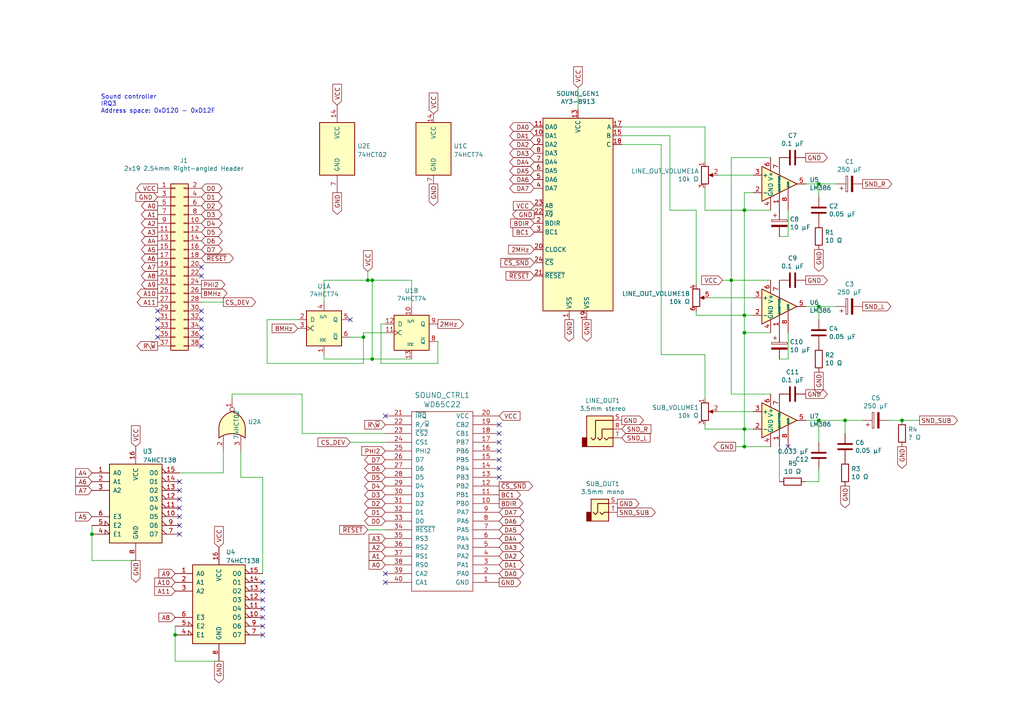
<source format=kicad_sch>
(kicad_sch (version 20211123) (generator eeschema)
  (paper "A4")
  (title_block (title "WolfNet 6502 WBC - Sound Card") (date "2022-05-14") (rev "1.1") (company "WolfNet Computing") (comment 1 "Sound card for the WolfNet 65C02-based WorkBench Computer.") (comment 2 "NOTE: Always use same type of components for the board. CMOS OR TTL NOT MIXED!"))
  (lib_symbols
    (symbol "65xx:WD65C22" (pin_names (offset 1.016))
      (property "Reference" "U" (at 0 -29.21 0))
      (property "Value" "WD65C22" (at 0 -2.54 90))
      (symbol "WD65C22_1_1"
        (pin output line (at -16.51 22.86 0) (length 7.62) (name "GND") (number "1"))
        (pin bidirectional line (at -16.51 0 0) (length 7.62) (name "PB0") (number "10"))
        (pin bidirectional line (at -16.51 -2.54 0) (length 7.62) (name "PB1") (number "11"))
        (pin bidirectional line (at -16.51 -5.08 0) (length 7.62) (name "PB2") (number "12"))
        (pin bidirectional line (at -16.51 -7.62 0) (length 7.62) (name "PB3") (number "13"))
        (pin bidirectional line (at -16.51 -10.16 0) (length 7.62) (name "PB4") (number "14"))
        (pin bidirectional line (at -16.51 -12.7 0) (length 7.62) (name "PB5") (number "15"))
        (pin bidirectional line (at -16.51 -15.24 0) (length 7.62) (name "PB6") (number "16"))
        (pin bidirectional line (at -16.51 -17.78 0) (length 7.62) (name "PB7") (number "17"))
        (pin bidirectional line (at -16.51 -20.32 0) (length 7.62) (name "CB1") (number "18"))
        (pin output line (at -16.51 -22.86 0) (length 7.62) (name "CB2") (number "19"))
        (pin bidirectional line (at -16.51 20.32 0) (length 7.62) (name "PA0") (number "2"))
        (pin power_in line (at -16.51 -25.4 0) (length 7.62) (name "VCC") (number "20"))
        (pin output line (at 16.51 -25.4 180) (length 7.62) (name "~{IRQ}") (number "21"))
        (pin input line (at 16.51 -22.86 180) (length 7.62) (name "R/~{W}") (number "22"))
        (pin input line (at 16.51 -20.32 180) (length 7.62) (name "~{CS2}") (number "23"))
        (pin input line (at 16.51 -17.78 180) (length 7.62) (name "CS1") (number "24"))
        (pin input line (at 16.51 -15.24 180) (length 7.62) (name "PHI2") (number "25"))
        (pin tri_state line (at 16.51 -12.7 180) (length 7.62) (name "D7") (number "26"))
        (pin tri_state line (at 16.51 -10.16 180) (length 7.62) (name "D6") (number "27"))
        (pin tri_state line (at 16.51 -7.62 180) (length 7.62) (name "D5") (number "28"))
        (pin tri_state line (at 16.51 -5.08 180) (length 7.62) (name "D4") (number "29"))
        (pin bidirectional line (at -16.51 17.78 0) (length 7.62) (name "PA1") (number "3"))
        (pin tri_state line (at 16.51 -2.54 180) (length 7.62) (name "D3") (number "30"))
        (pin tri_state line (at 16.51 0 180) (length 7.62) (name "D2") (number "31"))
        (pin tri_state line (at 16.51 2.54 180) (length 7.62) (name "D1") (number "32"))
        (pin tri_state line (at 16.51 5.08 180) (length 7.62) (name "D0") (number "33"))
        (pin input line (at 16.51 7.62 180) (length 7.62) (name "~{RESET}") (number "34"))
        (pin input line (at 16.51 10.16 180) (length 7.62) (name "RS3") (number "35"))
        (pin input line (at 16.51 12.7 180) (length 7.62) (name "RS2") (number "36"))
        (pin input line (at 16.51 15.24 180) (length 7.62) (name "RS1") (number "37"))
        (pin input line (at 16.51 17.78 180) (length 7.62) (name "RS0") (number "38"))
        (pin bidirectional line (at 16.51 20.32 180) (length 7.62) (name "CA2") (number "39"))
        (pin bidirectional line (at -16.51 15.24 0) (length 7.62) (name "PA2") (number "4"))
        (pin bidirectional line (at 16.51 22.86 180) (length 7.62) (name "CA1") (number "40"))
        (pin bidirectional line (at -16.51 12.7 0) (length 7.62) (name "PA3") (number "5"))
        (pin bidirectional line (at -16.51 10.16 0) (length 7.62) (name "PA4") (number "6"))
        (pin bidirectional line (at -16.51 7.62 0) (length 7.62) (name "PA5") (number "7"))
        (pin bidirectional line (at -16.51 5.08 0) (length 7.62) (name "PA6") (number "8"))
        (pin bidirectional line (at -16.51 2.54 0) (length 7.62) (name "PA7") (number "9"))
      )
    )
    (symbol "74xx:74HCT02" (pin_names (offset 1.016))
      (property "Reference" "U" (at 0 1.27 0))
      (property "Value" "74HCT02" (at 0 -1.27 0))
      (symbol "74HCT02_1_1"
        (pin output inverted (at 7.62 0 180) (length 3.81) (name "~") (number "1"))
        (pin input line (at -7.62 2.54 0) (length 4.318) (name "~") (number "2"))
        (pin input line (at -7.62 -2.54 0) (length 4.318) (name "~") (number "3"))
      )
      (symbol "74HCT02_1_2"
        (pin output line (at 7.62 0 180) (length 3.81) (name "~") (number "1"))
        (pin input inverted (at -7.62 2.54 0) (length 3.81) (name "~") (number "2"))
        (pin input inverted (at -7.62 -2.54 0) (length 3.81) (name "~") (number "3"))
      )
      (symbol "74HCT02_2_1"
        (pin output inverted (at 7.62 0 180) (length 3.81) (name "~") (number "4"))
        (pin input line (at -7.62 2.54 0) (length 4.318) (name "~") (number "5"))
        (pin input line (at -7.62 -2.54 0) (length 4.318) (name "~") (number "6"))
      )
      (symbol "74HCT02_2_2"
        (pin output line (at 7.62 0 180) (length 3.81) (name "~") (number "4"))
        (pin input inverted (at -7.62 2.54 0) (length 3.81) (name "~") (number "5"))
        (pin input inverted (at -7.62 -2.54 0) (length 3.81) (name "~") (number "6"))
      )
      (symbol "74HCT02_3_1"
        (pin output inverted (at 7.62 0 180) (length 3.81) (name "~") (number "10"))
        (pin input line (at -7.62 2.54 0) (length 4.318) (name "~") (number "8"))
        (pin input line (at -7.62 -2.54 0) (length 4.318) (name "~") (number "9"))
      )
      (symbol "74HCT02_3_2"
        (pin output line (at 7.62 0 180) (length 3.81) (name "~") (number "10"))
        (pin input inverted (at -7.62 2.54 0) (length 3.81) (name "~") (number "8"))
        (pin input inverted (at -7.62 -2.54 0) (length 3.81) (name "~") (number "9"))
      )
      (symbol "74HCT02_4_1"
        (pin input line (at -7.62 2.54 0) (length 4.318) (name "~") (number "11"))
        (pin input line (at -7.62 -2.54 0) (length 4.318) (name "~") (number "12"))
        (pin output inverted (at 7.62 0 180) (length 3.81) (name "~") (number "13"))
      )
      (symbol "74HCT02_4_2"
        (pin input inverted (at -7.62 2.54 0) (length 3.81) (name "~") (number "11"))
        (pin input inverted (at -7.62 -2.54 0) (length 3.81) (name "~") (number "12"))
        (pin output line (at 7.62 0 180) (length 3.81) (name "~") (number "13"))
      )
      (symbol "74HCT02_5_0"
        (pin power_in line (at 0 12.7 270) (length 5.08) (name "VCC") (number "14"))
        (pin power_in line (at 0 -12.7 90) (length 5.08) (name "GND") (number "7"))
      )
    )
    (symbol "74xx:74LS138" (pin_names (offset 1.016))
      (property "Reference" "U" (at -7.62 11.43 0))
      (property "Value" "74LS138" (at -7.62 -13.97 0))
      (symbol "74LS138_1_0"
        (pin input line (at -12.7 7.62 0) (length 5.08) (name "A0") (number "1"))
        (pin output output_low (at 12.7 -5.08 180) (length 5.08) (name "O5") (number "10"))
        (pin output output_low (at 12.7 -2.54 180) (length 5.08) (name "O4") (number "11"))
        (pin output output_low (at 12.7 0 180) (length 5.08) (name "O3") (number "12"))
        (pin output output_low (at 12.7 2.54 180) (length 5.08) (name "O2") (number "13"))
        (pin output output_low (at 12.7 5.08 180) (length 5.08) (name "O1") (number "14"))
        (pin output output_low (at 12.7 7.62 180) (length 5.08) (name "O0") (number "15"))
        (pin power_in line (at 0 15.24 270) (length 5.08) (name "VCC") (number "16"))
        (pin input line (at -12.7 5.08 0) (length 5.08) (name "A1") (number "2"))
        (pin input line (at -12.7 2.54 0) (length 5.08) (name "A2") (number "3"))
        (pin input input_low (at -12.7 -10.16 0) (length 5.08) (name "E1") (number "4"))
        (pin input input_low (at -12.7 -7.62 0) (length 5.08) (name "E2") (number "5"))
        (pin input line (at -12.7 -5.08 0) (length 5.08) (name "E3") (number "6"))
        (pin output output_low (at 12.7 -10.16 180) (length 5.08) (name "O7") (number "7"))
        (pin power_in line (at 0 -17.78 90) (length 5.08) (name "GND") (number "8"))
        (pin output output_low (at 12.7 -7.62 180) (length 5.08) (name "O6") (number "9"))
      )
    )
    (symbol "74xx:74LS74" (pin_names (offset 1.016))
      (property "Reference" "U" (at -7.62 8.89 0))
      (property "Value" "74LS74" (at -7.62 -8.89 0))
      (symbol "74LS74_1_0"
        (pin input line (at 0 -7.62 90) (length 2.54) (name "~{R}") (number "1"))
        (pin input line (at -7.62 2.54 0) (length 2.54) (name "D") (number "2"))
        (pin input clock (at -7.62 0 0) (length 2.54) (name "C") (number "3"))
        (pin input line (at 0 7.62 270) (length 2.54) (name "~{S}") (number "4"))
        (pin output line (at 7.62 2.54 180) (length 2.54) (name "Q") (number "5"))
        (pin output line (at 7.62 -2.54 180) (length 2.54) (name "~{Q}") (number "6"))
      )
      (symbol "74LS74_2_0"
        (pin input line (at 0 7.62 270) (length 2.54) (name "~{S}") (number "10"))
        (pin input clock (at -7.62 0 0) (length 2.54) (name "C") (number "11"))
        (pin input line (at -7.62 2.54 0) (length 2.54) (name "D") (number "12"))
        (pin input line (at 0 -7.62 90) (length 2.54) (name "~{R}") (number "13"))
        (pin output line (at 7.62 -2.54 180) (length 2.54) (name "~{Q}") (number "8"))
        (pin output line (at 7.62 2.54 180) (length 2.54) (name "Q") (number "9"))
      )
      (symbol "74LS74_3_0"
        (pin power_in line (at 0 10.16 270) (length 2.54) (name "VCC") (number "14"))
        (pin power_in line (at 0 -10.16 90) (length 2.54) (name "GND") (number "7"))
      )
    )
    (symbol "Amplifier_Audio:LM386" (pin_names (offset 0.127))
      (property "Reference" "U" (at 1.27 7.62 0))
      (property "Value" "LM386" (at 1.27 5.08 0))
      (symbol "LM386_1_1"
        (pin input line (at 0 -7.62 90) (length 5.08) (name "GAIN") (number "1"))
        (pin input line (at -7.62 -2.54 0) (length 2.54) (name "-") (number "2"))
        (pin input line (at -7.62 2.54 0) (length 2.54) (name "+") (number "3"))
        (pin power_in line (at -2.54 -7.62 90) (length 3.81) (name "GND") (number "4"))
        (pin output line (at 7.62 0 180) (length 2.54) (name "~") (number "5"))
        (pin power_in line (at -2.54 7.62 270) (length 3.81) (name "V+") (number "6"))
        (pin input line (at 0 7.62 270) (length 5.08) (name "BYPASS") (number "7"))
        (pin input line (at 2.54 -7.62 90) (length 6.35) (name "GAIN") (number "8"))
      )
    )
    (symbol "Connector:AudioJack2"
      (property "Reference" "J" (at 0 8.89 0))
      (property "Value" "AudioJack2" (at 0 6.35 0))
      (symbol "AudioJack2_1_1"
        (pin passive line (at 5.08 2.54 180) (length 2.54) (name "~") (number "S"))
        (pin passive line (at 5.08 0 180) (length 2.54) (name "~") (number "T"))
      )
    )
    (symbol "Connector:AudioJack3"
      (property "Reference" "J" (at 0 8.89 0))
      (property "Value" "AudioJack3" (at 0 6.35 0))
      (symbol "AudioJack3_1_1"
        (pin passive line (at 5.08 0 180) (length 2.54) (name "~") (number "R"))
        (pin passive line (at 5.08 2.54 180) (length 2.54) (name "~") (number "S"))
        (pin passive line (at 5.08 -2.54 180) (length 2.54) (name "~") (number "T"))
      )
    )
    (symbol "Device:C" (pin_numbers hide) (pin_names (offset 0.254))
      (property "Reference" "C" (at 0.635 2.54 0))
      (property "Value" "C" (at 0.635 -2.54 0))
      (symbol "C_1_1"
        (pin passive line (at 0 3.81 270) (length 2.794) (name "~") (number "1"))
        (pin passive line (at 0 -3.81 90) (length 2.794) (name "~") (number "2"))
      )
    )
    (symbol "Device:C_Polarized" (pin_numbers hide) (pin_names (offset 0.254))
      (property "Reference" "C" (at 0.635 2.54 0))
      (property "Value" "C_Polarized" (at 0.635 -2.54 0))
      (symbol "C_Polarized_1_1"
        (pin passive line (at 0 3.81 270) (length 2.794) (name "~") (number "1"))
        (pin passive line (at 0 -3.81 90) (length 2.794) (name "~") (number "2"))
      )
    )
    (symbol "Device:R" (pin_numbers hide) (pin_names (offset 0))
      (property "Reference" "R" (at 2.032 0 90))
      (property "Value" "R" (at 0 0 90))
      (symbol "R_1_1"
        (pin passive line (at 0 3.81 270) (length 1.27) (name "~") (number "1"))
        (pin passive line (at 0 -3.81 90) (length 1.27) (name "~") (number "2"))
      )
    )
    (symbol "Device:R_Potentiometer" (pin_names (offset 1.016) hide)
      (property "Reference" "RV" (at -4.445 0 90))
      (property "Value" "R_Potentiometer" (at -2.54 0 90))
      (symbol "R_Potentiometer_1_1"
        (pin passive line (at 0 3.81 270) (length 1.27) (name "1") (number "1"))
        (pin passive line (at 3.81 0 180) (length 1.27) (name "2") (number "2"))
        (pin passive line (at 0 -3.81 90) (length 1.27) (name "3") (number "3"))
      )
    )
    (symbol "Device:R_Potentiometer_Dual_Separate" (pin_names (offset 1.016) hide)
      (property "Reference" "RV" (at -4.445 0 90))
      (property "Value" "R_Potentiometer_Dual_Separate" (at -2.54 0 90))
      (symbol "R_Potentiometer_Dual_Separate_1_1"
        (pin passive line (at 0 3.81 270) (length 1.27) (name "1") (number "1"))
        (pin passive line (at 3.81 0 180) (length 1.27) (name "2") (number "2"))
        (pin passive line (at 0 -3.81 90) (length 1.27) (name "3") (number "3"))
      )
      (symbol "R_Potentiometer_Dual_Separate_2_1"
        (pin passive line (at 0 3.81 270) (length 1.27) (name "4") (number "4"))
        (pin passive line (at 3.81 0 180) (length 1.27) (name "5") (number "5"))
        (pin passive line (at 0 -3.81 90) (length 1.27) (name "6") (number "6"))
      )
    )
    (symbol "PC:AY3-8913"
      (property "Reference" "U" (at -10.16 29.21 0))
      (property "Value" "AY3-8913" (at 5.08 29.21 0))
      (symbol "AY3-8913_1_1"
        (pin power_out line (at -2.54 -30.48 90) (length 2.54) (name "VSS") (number "1"))
        (pin bidirectional line (at -12.7 22.86 0) (length 2.54) (name "DA1") (number "10"))
        (pin bidirectional line (at -12.7 25.4 0) (length 2.54) (name "DA0") (number "11"))
        (pin no_connect line (at -10.16 -7.62 0) (length 2.54) hide (name "NC") (number "12"))
        (pin power_in line (at 0 30.48 270) (length 2.54) (name "VCC") (number "13"))
        (pin no_connect line (at -10.16 -22.86 0) (length 2.54) hide (name "NC") (number "14"))
        (pin no_connect line (at -10.16 -20.32 0) (length 2.54) hide (name "NC") (number "14"))
        (pin output line (at 12.7 22.86 180) (length 2.54) (name "B") (number "15"))
        (pin no_connect line (at -10.16 5.08 0) (length 2.54) hide (name "NC") (number "16"))
        (pin output line (at 12.7 25.4 180) (length 2.54) (name "A") (number "17"))
        (pin output line (at 12.7 20.32 180) (length 2.54) (name "C") (number "18"))
        (pin power_out line (at 2.54 -30.48 90) (length 2.54) (name "VSS") (number "19"))
        (pin input line (at -12.7 -2.54 0) (length 2.54) (name "BDIR") (number "2"))
        (pin input line (at -12.7 -10.16 0) (length 2.54) (name "CLOCK") (number "20"))
        (pin input line (at -12.7 -17.78 0) (length 2.54) (name "~{RESET}") (number "21"))
        (pin input line (at -12.7 0 0) (length 2.54) (name "~{A9}") (number "22"))
        (pin input line (at -12.7 2.54 0) (length 2.54) (name "A8") (number "23"))
        (pin input line (at -12.7 -13.97 0) (length 2.54) (name "~{CS}") (number "24"))
        (pin input line (at -12.7 -5.08 0) (length 2.54) (name "BC1") (number "3"))
        (pin bidirectional line (at -12.7 7.62 0) (length 2.54) (name "DA7") (number "4"))
        (pin bidirectional line (at -12.7 10.16 0) (length 2.54) (name "DA6") (number "5"))
        (pin bidirectional line (at -12.7 12.7 0) (length 2.54) (name "DA5") (number "6"))
        (pin bidirectional line (at -12.7 15.24 0) (length 2.54) (name "DA4") (number "7"))
        (pin bidirectional line (at -12.7 17.78 0) (length 2.54) (name "DA3") (number "8"))
        (pin bidirectional line (at -12.7 20.32 0) (length 2.54) (name "DA2") (number "9"))
      )
    )
    (symbol "PC:Expansion_Connector" (pin_names (offset 1.016) hide)
      (property "Reference" "J" (at 0 25.4 0))
      (property "Value" "Expansion_Connector" (at 1.27 -25.4 0))
      (symbol "Expansion_Connector_0_0"
        (pin power_out line (at -6.35 22.86 0) (length 3.81) (name "~") (number "1"))
      )
      (symbol "Expansion_Connector_1_1"
        (pin bidirectional line (at 6.35 12.7 180) (length 3.81) (name "Pin_10") (number "10"))
        (pin output line (at -6.35 10.16 0) (length 3.81) (name "Pin_11") (number "11"))
        (pin bidirectional line (at 6.35 10.16 180) (length 3.81) (name "Pin_12") (number "12"))
        (pin output line (at -6.35 7.62 0) (length 3.81) (name "Pin_13") (number "13"))
        (pin bidirectional line (at 6.35 7.62 180) (length 3.81) (name "Pin_14") (number "14"))
        (pin output line (at -6.35 5.08 0) (length 3.81) (name "Pin_15") (number "15"))
        (pin bidirectional line (at 6.35 5.08 180) (length 3.81) (name "Pin_16") (number "16"))
        (pin output line (at -6.35 2.54 0) (length 3.81) (name "Pin_17") (number "17"))
        (pin output line (at 6.35 2.54 180) (length 3.81) (name "Pin_18") (number "18"))
        (pin output line (at -6.35 0 0) (length 3.81) (name "Pin_19") (number "19"))
        (pin bidirectional line (at 6.35 22.86 180) (length 3.81) (name "Pin_2") (number "2"))
        (pin output line (at 6.35 0 180) (length 3.81) (name "Pin_20") (number "20"))
        (pin output line (at -6.35 -2.54 0) (length 3.81) (name "Pin_21") (number "21"))
        (pin output line (at 6.35 -2.54 180) (length 3.81) (name "Pin_22") (number "22"))
        (pin output line (at -6.35 -5.08 0) (length 3.81) (name "Pin_23") (number "23"))
        (pin output line (at 6.35 -5.08 180) (length 3.81) (name "Pin_24") (number "24"))
        (pin output line (at -6.35 -7.62 0) (length 3.81) (name "Pin_25") (number "25"))
        (pin input line (at 6.35 -7.62 180) (length 3.81) (name "Pin_26") (number "26"))
        (pin output line (at -6.35 -10.16 0) (length 3.81) (name "Pin_27") (number "27"))
        (pin input line (at 6.35 -10.16 180) (length 3.81) (name "Pin_28") (number "28"))
        (pin output line (at -6.35 -12.7 0) (length 3.81) (name "Pin_29") (number "29"))
        (pin power_in line (at -6.35 20.32 0) (length 3.81) (name "Pin_3") (number "3"))
        (pin input line (at 6.35 -12.7 180) (length 3.81) (name "Pin_30") (number "30"))
        (pin output line (at -6.35 -15.24 0) (length 3.81) (name "Pin_31") (number "31"))
        (pin output line (at 6.35 -15.24 180) (length 3.81) (name "Pin_32") (number "32"))
        (pin output line (at -6.35 -17.78 0) (length 3.81) (name "Pin_33") (number "33"))
        (pin input line (at 6.35 -17.78 180) (length 3.81) (name "Pin_34") (number "34"))
        (pin output line (at -6.35 -20.32 0) (length 3.81) (name "Pin_35") (number "35"))
        (pin power_out line (at 6.35 -20.32 180) (length 3.81) (name "Pin_36") (number "36"))
        (pin output line (at -6.35 -22.86 0) (length 3.81) (name "Pin_37") (number "37"))
        (pin power_out line (at 6.35 -22.86 180) (length 3.81) (name "Pin_38") (number "38"))
        (pin bidirectional line (at 6.35 20.32 180) (length 3.81) (name "Pin_4") (number "4"))
        (pin input line (at -6.35 17.78 0) (length 3.81) (name "Pin_5") (number "5"))
        (pin bidirectional line (at 6.35 17.78 180) (length 3.81) (name "Pin_6") (number "6"))
        (pin output line (at -6.35 15.24 0) (length 3.81) (name "Pin_7") (number "7"))
        (pin bidirectional line (at 6.35 15.24 180) (length 3.81) (name "Pin_8") (number "8"))
        (pin output line (at -6.35 12.7 0) (length 3.81) (name "Pin_9") (number "9"))
      )
    )
  )
  (junction (at 245.11 121.92))
  (junction (at 212.09 81.28))
  (junction (at 107.95 81.28))
  (junction (at 107.95 104.14))
  (junction (at 237.49 88.9))
  (junction (at 215.9 91.44))
  (junction (at 106.68 81.28))
  (junction (at 50.8 184.15))
  (junction (at 261.62 121.92))
  (junction (at 215.9 129.54))
  (junction (at 26.67 154.94))
  (junction (at 215.9 124.46))
  (junction (at 215.9 60.96))
  (junction (at 237.49 121.92))
  (junction (at 215.9 96.52))
  (junction (at 237.49 53.34))
  (junction (at 105.41 97.79))
  (no_connect (at 144.78 125.73))
  (no_connect (at 58.42 95.25))
  (no_connect (at 111.76 120.65))
  (no_connect (at 144.78 123.19))
  (no_connect (at 144.78 128.27))
  (no_connect (at 228.6 129.54))
  (no_connect (at 58.42 97.79))
  (no_connect (at 45.72 97.79))
  (no_connect (at 58.42 100.33))
  (no_connect (at 52.07 139.7))
  (no_connect (at 52.07 142.24))
  (no_connect (at 52.07 144.78))
  (no_connect (at 52.07 147.32))
  (no_connect (at 52.07 149.86))
  (no_connect (at 52.07 152.4))
  (no_connect (at 52.07 154.94))
  (no_connect (at 58.42 92.71))
  (no_connect (at 58.42 77.47))
  (no_connect (at 58.42 90.17))
  (no_connect (at 144.78 135.89))
  (no_connect (at 45.72 95.25))
  (no_connect (at 144.78 130.81))
  (no_connect (at 45.72 90.17))
  (no_connect (at 144.78 133.35))
  (no_connect (at 101.6 92.71))
  (no_connect (at 45.72 92.71))
  (no_connect (at 58.42 80.01))
  (no_connect (at 76.2 168.91))
  (no_connect (at 76.2 181.61))
  (no_connect (at 76.2 171.45))
  (no_connect (at 76.2 173.99))
  (no_connect (at 76.2 176.53))
  (no_connect (at 76.2 179.07))
  (no_connect (at 76.2 184.15))
  (no_connect (at 111.76 166.37))
  (no_connect (at 144.78 138.43))
  (no_connect (at 111.76 168.91))
  (wire (pts (xy 261.62 121.92) (xy 266.7 121.92)))
  (wire (pts (xy 205.74 86.36) (xy 218.44 86.36)))
  (wire (pts (xy 76.2 166.37) (xy 76.2 138.43)))
  (wire (pts (xy 127 99.06) (xy 127 105.41)))
  (wire (pts (xy 50.8 191.77) (xy 63.5 191.77)))
  (wire (pts (xy 204.47 124.46) (xy 204.47 123.19)))
  (wire (pts (xy 77.47 92.71) (xy 86.36 92.71)))
  (wire (pts (xy 77.47 105.41) (xy 105.41 105.41)))
  (wire (pts (xy 87.63 114.3) (xy 87.63 125.73)))
  (wire (pts (xy 233.68 121.92) (xy 237.49 121.92)))
  (wire (pts (xy 215.9 60.96) (xy 204.47 60.96)))
  (wire (pts (xy 204.47 36.83) (xy 204.47 46.99)))
  (wire (pts (xy 226.06 139.7) (xy 226.06 129.54)))
  (wire (pts (xy 237.49 121.92) (xy 245.11 121.92)))
  (wire (pts (xy 257.81 121.92) (xy 261.62 121.92)))
  (wire (pts (xy 105.41 96.52) (xy 105.41 97.79)))
  (wire (pts (xy 64.77 87.63) (xy 58.42 87.63)))
  (wire (pts (xy 215.9 91.44) (xy 201.93 91.44)))
  (wire (pts (xy 50.8 184.15) (xy 50.8 191.77)))
  (wire (pts (xy 201.93 60.96) (xy 194.31 60.96)))
  (wire (pts (xy 101.6 97.79) (xy 105.41 97.79)))
  (wire (pts (xy 215.9 55.88) (xy 215.9 60.96)))
  (wire (pts (xy 204.47 102.87) (xy 204.47 115.57)))
  (wire (pts (xy 106.68 81.28) (xy 107.95 81.28)))
  (wire (pts (xy 50.8 181.61) (xy 50.8 184.15)))
  (wire (pts (xy 237.49 53.34) (xy 237.49 57.15)))
  (wire (pts (xy 228.6 96.52) (xy 228.6 104.14)))
  (wire (pts (xy 191.77 41.91) (xy 191.77 102.87)))
  (wire (pts (xy 223.52 60.96) (xy 215.9 60.96)))
  (wire (pts (xy 201.93 91.44) (xy 201.93 90.17)))
  (wire (pts (xy 110.49 93.98) (xy 111.76 93.98)))
  (wire (pts (xy 26.67 152.4) (xy 26.67 154.94)))
  (wire (pts (xy 208.28 50.8) (xy 218.44 50.8)))
  (wire (pts (xy 194.31 60.96) (xy 194.31 39.37)))
  (wire (pts (xy 233.68 53.34) (xy 237.49 53.34)))
  (wire (pts (xy 110.49 105.41) (xy 110.49 93.98)))
  (wire (pts (xy 101.6 128.27) (xy 111.76 128.27)))
  (wire (pts (xy 67.31 114.3) (xy 87.63 114.3)))
  (wire (pts (xy 105.41 97.79) (xy 105.41 105.41)))
  (wire (pts (xy 212.09 81.28) (xy 212.09 114.3)))
  (wire (pts (xy 228.6 104.14) (xy 226.06 104.14)))
  (wire (pts (xy 107.95 81.28) (xy 119.38 81.28)))
  (wire (pts (xy 69.85 130.81) (xy 69.85 138.43)))
  (wire (pts (xy 223.52 96.52) (xy 215.9 96.52)))
  (wire (pts (xy 215.9 96.52) (xy 215.9 124.46)))
  (wire (pts (xy 237.49 92.71) (xy 237.49 88.9)))
  (wire (pts (xy 212.09 81.28) (xy 209.55 81.28)))
  (wire (pts (xy 212.09 114.3) (xy 223.52 114.3)))
  (wire (pts (xy 107.95 104.14) (xy 107.95 81.28)))
  (wire (pts (xy 245.11 125.73) (xy 245.11 121.92)))
  (wire (pts (xy 204.47 60.96) (xy 204.47 54.61)))
  (wire (pts (xy 105.41 96.52) (xy 111.76 96.52)))
  (wire (pts (xy 228.6 60.96) (xy 228.6 68.58)))
  (wire (pts (xy 64.77 137.16) (xy 64.77 130.81)))
  (wire (pts (xy 191.77 102.87) (xy 204.47 102.87)))
  (wire (pts (xy 201.93 82.55) (xy 201.93 60.96)))
  (wire (pts (xy 215.9 91.44) (xy 218.44 91.44)))
  (wire (pts (xy 26.67 154.94) (xy 26.67 162.56)))
  (wire (pts (xy 215.9 129.54) (xy 213.36 129.54)))
  (wire (pts (xy 26.67 162.56) (xy 39.37 162.56)))
  (wire (pts (xy 77.47 105.41) (xy 77.47 92.71)))
  (wire (pts (xy 194.31 39.37) (xy 180.34 39.37)))
  (wire (pts (xy 93.98 87.63) (xy 93.98 81.28)))
  (wire (pts (xy 106.68 153.67) (xy 111.76 153.67)))
  (wire (pts (xy 218.44 55.88) (xy 215.9 55.88)))
  (wire (pts (xy 107.95 104.14) (xy 119.38 104.14)))
  (wire (pts (xy 223.52 81.28) (xy 212.09 81.28)))
  (wire (pts (xy 87.63 125.73) (xy 111.76 125.73)))
  (wire (pts (xy 223.52 45.72) (xy 212.09 45.72)))
  (wire (pts (xy 215.9 129.54) (xy 215.9 124.46)))
  (wire (pts (xy 127 105.41) (xy 110.49 105.41)))
  (wire (pts (xy 237.49 128.27) (xy 237.49 121.92)))
  (wire (pts (xy 119.38 81.28) (xy 119.38 88.9)))
  (wire (pts (xy 76.2 138.43) (xy 69.85 138.43)))
  (wire (pts (xy 93.98 81.28) (xy 106.68 81.28)))
  (wire (pts (xy 106.68 81.28) (xy 106.68 78.74)))
  (wire (pts (xy 233.68 139.7) (xy 237.49 139.7)))
  (wire (pts (xy 212.09 45.72) (xy 212.09 81.28)))
  (wire (pts (xy 223.52 129.54) (xy 215.9 129.54)))
  (wire (pts (xy 180.34 41.91) (xy 191.77 41.91)))
  (wire (pts (xy 167.64 25.4) (xy 167.64 31.75)))
  (wire (pts (xy 215.9 124.46) (xy 204.47 124.46)))
  (wire (pts (xy 233.68 88.9) (xy 237.49 88.9)))
  (wire (pts (xy 237.49 88.9) (xy 242.57 88.9)))
  (wire (pts (xy 215.9 60.96) (xy 215.9 91.44)))
  (wire (pts (xy 250.19 121.92) (xy 245.11 121.92)))
  (wire (pts (xy 93.98 102.87) (xy 93.98 104.14)))
  (wire (pts (xy 67.31 115.57) (xy 67.31 114.3)))
  (wire (pts (xy 52.07 137.16) (xy 64.77 137.16)))
  (wire (pts (xy 228.6 68.58) (xy 226.06 68.58)))
  (wire (pts (xy 237.49 53.34) (xy 242.57 53.34)))
  (wire (pts (xy 180.34 36.83) (xy 204.47 36.83)))
  (wire (pts (xy 93.98 104.14) (xy 107.95 104.14)))
  (wire (pts (xy 215.9 91.44) (xy 215.9 96.52)))
  (wire (pts (xy 215.9 124.46) (xy 218.44 124.46)))
  (wire (pts (xy 237.49 139.7) (xy 237.49 135.89)))
  (wire (pts (xy 218.44 119.38) (xy 208.28 119.38)))
  (text "Sound controller\nIRQ3\nAddress space: 0xD120 - 0xD12F" (at 29.21 33.02 0) (effects (font (size 1.27 1.27)) (justify left bottom)))
  (global_label "SND_R" (shape output) (at 250.19 53.34 0) (property "Intersheet References" "${INTERSHEET_REFS}" (effects hide)))
  (global_label "DA5" (shape bidirectional) (at 144.78 153.67 0) (property "Intersheet References" "${INTERSHEET_REFS}" (effects hide)))
  (global_label "GND" (shape output) (at 180.34 121.92 0) (property "Intersheet References" "${INTERSHEET_REFS}" (effects hide)))
  (global_label "A7" (shape output) (at 45.72 77.47 180) (property "Intersheet References" "${INTERSHEET_REFS}" (effects hide)))
  (global_label "A5" (shape output) (at 45.72 72.39 180) (property "Intersheet References" "${INTERSHEET_REFS}" (effects hide)))
  (global_label "A9" (shape output) (at 45.72 82.55 180) (property "Intersheet References" "${INTERSHEET_REFS}" (effects hide)))
  (global_label "2MHz" (shape input) (at 154.94 72.39 180) (property "Intersheet References" "${INTERSHEET_REFS}" (effects hide)))
  (global_label "A11" (shape input) (at 50.8 171.45 180) (property "Intersheet References" "${INTERSHEET_REFS}" (effects hide)))
  (global_label "GND" (shape output) (at 170.18 92.71 270) (property "Intersheet References" "${INTERSHEET_REFS}" (effects hide)))
  (global_label "A8" (shape output) (at 45.72 80.01 180) (property "Intersheet References" "${INTERSHEET_REFS}" (effects hide)))
  (global_label "BDIR" (shape input) (at 154.94 64.77 180) (property "Intersheet References" "${INTERSHEET_REFS}" (effects hide)))
  (global_label "GND" (shape output) (at 261.62 129.54 270) (property "Intersheet References" "${INTERSHEET_REFS}" (effects hide)))
  (global_label "~{RESET}" (shape input) (at 154.94 80.01 180) (property "Intersheet References" "${INTERSHEET_REFS}" (effects hide)))
  (global_label "A0" (shape input) (at 111.76 163.83 180) (property "Intersheet References" "${INTERSHEET_REFS}" (effects hide)))
  (global_label "BC1" (shape output) (at 144.78 143.51 0) (property "Intersheet References" "${INTERSHEET_REFS}" (effects hide)))
  (global_label "DA6" (shape bidirectional) (at 154.94 52.07 180) (property "Intersheet References" "${INTERSHEET_REFS}" (effects hide)))
  (global_label "2MHz" (shape output) (at 127 93.98 0) (property "Intersheet References" "${INTERSHEET_REFS}" (effects hide)))
  (global_label "DA2" (shape bidirectional) (at 144.78 161.29 0) (property "Intersheet References" "${INTERSHEET_REFS}" (effects hide)))
  (global_label "A0" (shape output) (at 45.72 59.69 180) (property "Intersheet References" "${INTERSHEET_REFS}" (effects hide)))
  (global_label "A1" (shape output) (at 45.72 62.23 180) (property "Intersheet References" "${INTERSHEET_REFS}" (effects hide)))
  (global_label "~{CS_SND}" (shape output) (at 144.78 140.97 0) (property "Intersheet References" "${INTERSHEET_REFS}" (effects hide)))
  (global_label "BC1" (shape input) (at 154.94 67.31 180) (property "Intersheet References" "${INTERSHEET_REFS}" (effects hide)))
  (global_label "DA4" (shape bidirectional) (at 144.78 156.21 0) (property "Intersheet References" "${INTERSHEET_REFS}" (effects hide)))
  (global_label "DA7" (shape bidirectional) (at 144.78 148.59 0) (property "Intersheet References" "${INTERSHEET_REFS}" (effects hide)))
  (global_label "GND" (shape output) (at 233.68 45.72 0) (property "Intersheet References" "${INTERSHEET_REFS}" (effects hide)))
  (global_label "D2" (shape bidirectional) (at 58.42 59.69 0) (property "Intersheet References" "${INTERSHEET_REFS}" (effects hide)))
  (global_label "A3" (shape input) (at 111.76 156.21 180) (property "Intersheet References" "${INTERSHEET_REFS}" (effects hide)))
  (global_label "VCC" (shape input) (at 125.73 33.02 90) (property "Intersheet References" "${INTERSHEET_REFS}" (effects hide)))
  (global_label "GND" (shape output) (at 237.49 107.95 270) (property "Intersheet References" "${INTERSHEET_REFS}" (effects hide)))
  (global_label "D6" (shape bidirectional) (at 58.42 69.85 0) (property "Intersheet References" "${INTERSHEET_REFS}" (effects hide)))
  (global_label "A1" (shape input) (at 111.76 161.29 180) (property "Intersheet References" "${INTERSHEET_REFS}" (effects hide)))
  (global_label "D3" (shape bidirectional) (at 111.76 143.51 180) (property "Intersheet References" "${INTERSHEET_REFS}" (effects hide)))
  (global_label "A10" (shape output) (at 45.72 85.09 180) (property "Intersheet References" "${INTERSHEET_REFS}" (effects hide)))
  (global_label "~{RESET}" (shape input) (at 106.68 153.67 180) (property "Intersheet References" "${INTERSHEET_REFS}" (effects hide)))
  (global_label "VCC" (shape input) (at 154.94 59.69 180) (property "Intersheet References" "${INTERSHEET_REFS}" (effects hide)))
  (global_label "DA1" (shape bidirectional) (at 144.78 163.83 0) (property "Intersheet References" "${INTERSHEET_REFS}" (effects hide)))
  (global_label "VCC" (shape input) (at 106.68 78.74 90) (property "Intersheet References" "${INTERSHEET_REFS}" (effects hide)))
  (global_label "R\\~{W}" (shape input) (at 111.76 123.19 180) (property "Intersheet References" "${INTERSHEET_REFS}" (effects hide)))
  (global_label "PHI2" (shape output) (at 58.42 82.55 0) (property "Intersheet References" "${INTERSHEET_REFS}" (effects hide)))
  (global_label "D4" (shape bidirectional) (at 111.76 140.97 180) (property "Intersheet References" "${INTERSHEET_REFS}" (effects hide)))
  (global_label "SND_SUB" (shape output) (at 266.7 121.92 0) (property "Intersheet References" "${INTERSHEET_REFS}" (effects hide)))
  (global_label "VCC" (shape input) (at 144.78 120.65 0) (property "Intersheet References" "${INTERSHEET_REFS}" (effects hide)))
  (global_label "8MHz" (shape output) (at 58.42 85.09 0) (property "Intersheet References" "${INTERSHEET_REFS}" (effects hide)))
  (global_label "D7" (shape bidirectional) (at 111.76 133.35 180) (property "Intersheet References" "${INTERSHEET_REFS}" (effects hide)))
  (global_label "D5" (shape bidirectional) (at 111.76 138.43 180) (property "Intersheet References" "${INTERSHEET_REFS}" (effects hide)))
  (global_label "BDIR" (shape output) (at 144.78 146.05 0) (property "Intersheet References" "${INTERSHEET_REFS}" (effects hide)))
  (global_label "VCC" (shape output) (at 45.72 54.61 180) (property "Intersheet References" "${INTERSHEET_REFS}" (effects hide)))
  (global_label "DA6" (shape bidirectional) (at 144.78 151.13 0) (property "Intersheet References" "${INTERSHEET_REFS}" (effects hide)))
  (global_label "A2" (shape input) (at 111.76 158.75 180) (property "Intersheet References" "${INTERSHEET_REFS}" (effects hide)))
  (global_label "DA5" (shape bidirectional) (at 154.94 49.53 180) (property "Intersheet References" "${INTERSHEET_REFS}" (effects hide)))
  (global_label "GND" (shape output) (at 179.07 146.05 0) (property "Intersheet References" "${INTERSHEET_REFS}" (effects hide)))
  (global_label "A5" (shape input) (at 26.67 149.86 180) (property "Intersheet References" "${INTERSHEET_REFS}" (effects hide)))
  (global_label "CS_DEV" (shape input) (at 101.6 128.27 180) (property "Intersheet References" "${INTERSHEET_REFS}" (effects hide)))
  (global_label "8MHz" (shape input) (at 86.36 95.25 180) (property "Intersheet References" "${INTERSHEET_REFS}" (effects hide)))
  (global_label "R\\~{W}" (shape output) (at 45.72 100.33 180) (property "Intersheet References" "${INTERSHEET_REFS}" (effects hide)))
  (global_label "GND" (shape output) (at 213.36 129.54 180) (property "Intersheet References" "${INTERSHEET_REFS}" (effects hide)))
  (global_label "A6" (shape input) (at 26.67 139.7 180) (property "Intersheet References" "${INTERSHEET_REFS}" (effects hide)))
  (global_label "CS_DEV" (shape output) (at 64.77 87.63 0) (property "Intersheet References" "${INTERSHEET_REFS}" (effects hide)))
  (global_label "DA2" (shape bidirectional) (at 154.94 41.91 180) (property "Intersheet References" "${INTERSHEET_REFS}" (effects hide)))
  (global_label "D6" (shape bidirectional) (at 111.76 135.89 180) (property "Intersheet References" "${INTERSHEET_REFS}" (effects hide)))
  (global_label "SND_R" (shape input) (at 180.34 124.46 0) (property "Intersheet References" "${INTERSHEET_REFS}" (effects hide)))
  (global_label "D5" (shape bidirectional) (at 58.42 67.31 0) (property "Intersheet References" "${INTERSHEET_REFS}" (effects hide)))
  (global_label "GND" (shape input) (at 45.72 57.15 180) (property "Intersheet References" "${INTERSHEET_REFS}" (effects hide)))
  (global_label "A2" (shape output) (at 45.72 64.77 180) (property "Intersheet References" "${INTERSHEET_REFS}" (effects hide)))
  (global_label "A10" (shape input) (at 50.8 168.91 180) (property "Intersheet References" "${INTERSHEET_REFS}" (effects hide)))
  (global_label "DA4" (shape bidirectional) (at 154.94 46.99 180) (property "Intersheet References" "${INTERSHEET_REFS}" (effects hide)))
  (global_label "DA7" (shape bidirectional) (at 154.94 54.61 180) (property "Intersheet References" "${INTERSHEET_REFS}" (effects hide)))
  (global_label "D1" (shape bidirectional) (at 111.76 148.59 180) (property "Intersheet References" "${INTERSHEET_REFS}" (effects hide)))
  (global_label "D4" (shape bidirectional) (at 58.42 64.77 0) (property "Intersheet References" "${INTERSHEET_REFS}" (effects hide)))
  (global_label "SND_L" (shape output) (at 250.19 88.9 0) (property "Intersheet References" "${INTERSHEET_REFS}" (effects hide)))
  (global_label "~{RESET}" (shape bidirectional) (at 58.42 74.93 0) (property "Intersheet References" "${INTERSHEET_REFS}" (effects hide)))
  (global_label "DA3" (shape bidirectional) (at 144.78 158.75 0) (property "Intersheet References" "${INTERSHEET_REFS}" (effects hide)))
  (global_label "GND" (shape output) (at 165.1 92.71 270) (property "Intersheet References" "${INTERSHEET_REFS}" (effects hide)))
  (global_label "D2" (shape bidirectional) (at 111.76 146.05 180) (property "Intersheet References" "${INTERSHEET_REFS}" (effects hide)))
  (global_label "DA3" (shape bidirectional) (at 154.94 44.45 180) (property "Intersheet References" "${INTERSHEET_REFS}" (effects hide)))
  (global_label "D3" (shape bidirectional) (at 58.42 62.23 0) (property "Intersheet References" "${INTERSHEET_REFS}" (effects hide)))
  (global_label "GND" (shape output) (at 97.79 55.88 270) (property "Intersheet References" "${INTERSHEET_REFS}" (effects hide)))
  (global_label "~{CS_SND}" (shape input) (at 154.94 76.2 180) (property "Intersheet References" "${INTERSHEET_REFS}" (effects hide)))
  (global_label "A8" (shape input) (at 50.8 179.07 180) (property "Intersheet References" "${INTERSHEET_REFS}" (effects hide)))
  (global_label "GND" (shape output) (at 39.37 162.56 270) (property "Intersheet References" "${INTERSHEET_REFS}" (effects hide)))
  (global_label "GND" (shape output) (at 233.68 81.28 0) (property "Intersheet References" "${INTERSHEET_REFS}" (effects hide)))
  (global_label "D1" (shape bidirectional) (at 58.42 57.15 0) (property "Intersheet References" "${INTERSHEET_REFS}" (effects hide)))
  (global_label "GND" (shape output) (at 63.5 191.77 270) (property "Intersheet References" "${INTERSHEET_REFS}" (effects hide)))
  (global_label "A7" (shape input) (at 26.67 142.24 180) (property "Intersheet References" "${INTERSHEET_REFS}" (effects hide)))
  (global_label "VCC" (shape input) (at 167.64 25.4 90) (property "Intersheet References" "${INTERSHEET_REFS}" (effects hide)))
  (global_label "DA0" (shape bidirectional) (at 154.94 36.83 180) (property "Intersheet References" "${INTERSHEET_REFS}" (effects hide)))
  (global_label "SND_SUB" (shape output) (at 179.07 148.59 0) (property "Intersheet References" "${INTERSHEET_REFS}" (effects hide)))
  (global_label "D0" (shape bidirectional) (at 58.42 54.61 0) (property "Intersheet References" "${INTERSHEET_REFS}" (effects hide)))
  (global_label "A4" (shape input) (at 26.67 137.16 180) (property "Intersheet References" "${INTERSHEET_REFS}" (effects hide)))
  (global_label "A4" (shape output) (at 45.72 69.85 180) (property "Intersheet References" "${INTERSHEET_REFS}" (effects hide)))
  (global_label "DA1" (shape bidirectional) (at 154.94 39.37 180) (property "Intersheet References" "${INTERSHEET_REFS}" (effects hide)))
  (global_label "GND" (shape output) (at 125.73 53.34 270) (property "Intersheet References" "${INTERSHEET_REFS}" (effects hide)))
  (global_label "A9" (shape input) (at 50.8 166.37 180) (property "Intersheet References" "${INTERSHEET_REFS}" (effects hide)))
  (global_label "A6" (shape output) (at 45.72 74.93 180) (property "Intersheet References" "${INTERSHEET_REFS}" (effects hide)))
  (global_label "GND" (shape output) (at 233.68 114.3 0) (property "Intersheet References" "${INTERSHEET_REFS}" (effects hide)))
  (global_label "D7" (shape bidirectional) (at 58.42 72.39 0) (property "Intersheet References" "${INTERSHEET_REFS}" (effects hide)))
  (global_label "PHI2" (shape input) (at 111.76 130.81 180) (property "Intersheet References" "${INTERSHEET_REFS}" (effects hide)))
  (global_label "DA0" (shape bidirectional) (at 144.78 166.37 0) (property "Intersheet References" "${INTERSHEET_REFS}" (effects hide)))
  (global_label "GND" (shape output) (at 237.49 72.39 270) (property "Intersheet References" "${INTERSHEET_REFS}" (effects hide)))
  (global_label "VCC" (shape input) (at 97.79 30.48 90) (property "Intersheet References" "${INTERSHEET_REFS}" (effects hide)))
  (global_label "D0" (shape bidirectional) (at 111.76 151.13 180) (property "Intersheet References" "${INTERSHEET_REFS}" (effects hide)))
  (global_label "VCC" (shape input) (at 209.55 81.28 180) (property "Intersheet References" "${INTERSHEET_REFS}" (effects hide)))
  (global_label "VCC" (shape input) (at 63.5 158.75 90) (property "Intersheet References" "${INTERSHEET_REFS}" (effects hide)))
  (global_label "GND" (shape output) (at 144.78 168.91 0) (property "Intersheet References" "${INTERSHEET_REFS}" (effects hide)))
  (global_label "GND" (shape output) (at 245.11 140.97 270) (property "Intersheet References" "${INTERSHEET_REFS}" (effects hide)))
  (global_label "SND_L" (shape input) (at 180.34 127 0) (property "Intersheet References" "${INTERSHEET_REFS}" (effects hide)))
  (global_label "VCC" (shape input) (at 39.37 129.54 90) (property "Intersheet References" "${INTERSHEET_REFS}" (effects hide)))
  (global_label "A3" (shape output) (at 45.72 67.31 180) (property "Intersheet References" "${INTERSHEET_REFS}" (effects hide)))
  (global_label "GND" (shape output) (at 154.94 62.23 180) (property "Intersheet References" "${INTERSHEET_REFS}" (effects hide)))
  (global_label "A11" (shape output) (at 45.72 87.63 180) (property "Intersheet References" "${INTERSHEET_REFS}" (effects hide)))
  (symbol (lib_id "PC:Expansion_Connector") (at 52.07 77.47 0) (unit 1)
    (property "Reference" "J1" (at 53.34 46.5582 0))
    (property "Value" "2x19 2.54mm Right-angled Header" (at 53.34 48.8696 0))
    (property "Footprint" "PC:Expansion_Connector_Board" (effects hide))
  )
  (symbol (lib_id "74xx:74LS74") (at 93.98 95.25 0) (unit 1)
    (property "Reference" "U1" (at 93.98 83.0326 0))
    (property "Value" "74HCT74" (at 93.98 85.344 0))
    (property "Footprint" "Package_DIP:DIP-14_W7.62mm_Socket_LongPads" (effects hide))
    (property "Datasheet" "74xx/74hc_hct74.pdf" (effects hide))
  )
  (symbol (lib_id "Device:R_Potentiometer") (at 204.47 119.38 0) (unit 1)
    (property "Reference" "SUB_VOLUME1" (at 202.7174 118.2116 0) (effects (justify right)))
    (property "Value" "10k Ω" (at 202.7174 120.523 0) (effects (justify right)))
    (property "Footprint" "Potentiometer_THT:Potentiometer_Piher_T-16H_Single_Horizontal" (effects hide))
  )
  (symbol (lib_id "74xx:74LS74") (at 119.38 96.52 0) (unit 2)
    (property "Reference" "U1" (at 119.38 84.3026 0))
    (property "Value" "74HCT74" (at 119.38 86.614 0))
    (property "Footprint" "Package_DIP:DIP-14_W7.62mm_Socket_LongPads" (effects hide))
    (property "Datasheet" "74xx/74hc_hct74.pdf" (effects hide))
  )
  (symbol (lib_id "Device:R") (at 237.49 68.58 0) (unit 1)
    (property "Reference" "R1" (at 239.268 67.4116 0) (effects (justify left)))
    (property "Value" "10 Ω" (at 239.268 69.723 0) (effects (justify left)))
    (property "Footprint" "Resistor_THT:R_Axial_DIN0204_L3.6mm_D1.6mm_P5.08mm_Horizontal" (effects hide))
  )
  (symbol (lib_id "Device:R") (at 237.49 104.14 0) (unit 1)
    (property "Reference" "R2" (at 239.268 102.9716 0) (effects (justify left)))
    (property "Value" "10 Ω" (at 239.268 105.283 0) (effects (justify left)))
    (property "Footprint" "Resistor_THT:R_Axial_DIN0204_L3.6mm_D1.6mm_P5.08mm_Horizontal" (effects hide))
  )
  (symbol (lib_id "Device:R") (at 245.11 137.16 0) (unit 1)
    (property "Reference" "R3" (at 246.888 135.9916 0) (effects (justify left)))
    (property "Value" "10 Ω" (at 246.888 138.303 0) (effects (justify left)))
    (property "Footprint" "Resistor_THT:R_Axial_DIN0204_L3.6mm_D1.6mm_P5.08mm_Horizontal" (effects hide))
  )
  (symbol (lib_id "Device:R_Potentiometer_Dual_Separate") (at 204.47 50.8 0) (unit 1)
    (property "Reference" "LINE_OUT_VOLUME1" (at 202.692 49.6316 0) (effects (justify right)))
    (property "Value" "10k Ω" (at 202.692 51.943 0) (effects (justify right)))
    (property "Footprint" "Potentiometer_THT:Potentiometer_Piher_T-16H_Double_Horizontal" (effects hide))
  )
  (symbol (lib_id "Device:R_Potentiometer_Dual_Separate") (at 201.93 86.36 0) (unit 2)
    (property "Reference" "LINE_OUT_VOLUME1" (at 200.152 85.1916 0) (effects (justify right)))
    (property "Value" "10k Ω" (at 200.152 87.503 0) (effects (justify right)))
    (property "Footprint" "Potentiometer_THT:Potentiometer_Piher_T-16H_Double_Horizontal" (effects hide))
  )
  (symbol (lib_id "Amplifier_Audio:LM386") (at 226.06 88.9 0) (unit 1)
    (property "Reference" "U6" (at 234.7976 87.7316 0) (effects (justify left)))
    (property "Value" "LM386" (at 234.7976 90.043 0) (effects (justify left)))
    (property "Footprint" "Package_DIP:DIP-8_W7.62mm_Socket_LongPads" (effects hide))
    (property "Datasheet" "http://www.ti.com/lit/ds/symlink/lm386.pdf" (effects hide))
  )
  (symbol (lib_id "Amplifier_Audio:LM386") (at 226.06 121.92 0) (unit 1)
    (property "Reference" "U7" (at 234.7976 120.7516 0) (effects (justify left)))
    (property "Value" "LM386" (at 234.7976 123.063 0) (effects (justify left)))
    (property "Footprint" "Package_DIP:DIP-8_W7.62mm_Socket_LongPads" (effects hide))
    (property "Datasheet" "http://www.ti.com/lit/ds/symlink/lm386.pdf" (effects hide))
  )
  (symbol (lib_id "Amplifier_Audio:LM386") (at 226.06 53.34 0) (unit 1)
    (property "Reference" "U5" (at 234.7976 52.1716 0) (effects (justify left)))
    (property "Value" "LM386" (at 234.7976 54.483 0) (effects (justify left)))
    (property "Footprint" "Package_DIP:DIP-8_W7.62mm_Socket_LongPads" (effects hide))
    (property "Datasheet" "http://www.ti.com/lit/ds/symlink/lm386.pdf" (effects hide))
  )
  (symbol (lib_id "Device:C_Polarized") (at 226.06 100.33 0) (unit 1)
    (property "Reference" "C10" (at 229.0572 99.1616 0) (effects (justify left)))
    (property "Value" "10 µF" (at 229.0572 101.473 0) (effects (justify left)))
    (property "Footprint" "Capacitor_THT:CP_Radial_D5.0mm_P2.50mm" (effects hide))
  )
  (symbol (lib_id "Device:C_Polarized") (at 226.06 64.77 0) (unit 1)
    (property "Reference" "C8" (at 229.0572 63.6016 0) (effects (justify left)))
    (property "Value" "10 µF" (at 229.0572 65.913 0) (effects (justify left)))
    (property "Footprint" "Capacitor_THT:CP_Radial_D5.0mm_P2.50mm" (effects hide))
  )
  (symbol (lib_id "Device:C") (at 237.49 96.52 0) (unit 1)
    (property "Reference" "C4" (at 240.411 95.3516 0) (effects (justify left)))
    (property "Value" "0.05 µF" (at 240.411 97.663 0) (effects (justify left)))
    (property "Footprint" "Capacitor_THT:C_Disc_D3.0mm_W2.0mm_P2.50mm" (effects hide))
  )
  (symbol (lib_id "Device:C") (at 237.49 60.96 0) (unit 1)
    (property "Reference" "C2" (at 240.411 59.7916 0) (effects (justify left)))
    (property "Value" "0.05 µF" (at 240.411 62.103 0) (effects (justify left)))
    (property "Footprint" "Capacitor_THT:C_Disc_D3.0mm_W2.0mm_P2.50mm" (effects hide))
  )
  (symbol (lib_id "Device:C") (at 245.11 129.54 0) (unit 1)
    (property "Reference" "C6" (at 248.031 128.3716 0) (effects (justify left)))
    (property "Value" "0.05 µF" (at 248.031 130.683 0) (effects (justify left)))
    (property "Footprint" "Capacitor_THT:C_Disc_D3.0mm_W2.0mm_P2.50mm" (effects hide))
  )
  (symbol (lib_id "Device:R") (at 229.87 139.7 270) (unit 1)
    (property "Reference" "R5" (at 229.87 134.4422 90))
    (property "Value" "10 Ω" (at 229.87 136.7536 90))
    (property "Footprint" "Resistor_THT:R_Axial_DIN0204_L3.6mm_D1.6mm_P5.08mm_Horizontal" (effects hide))
  )
  (symbol (lib_id "Device:C") (at 237.49 132.08 180) (unit 1)
    (property "Reference" "C12" (at 234.569 133.2484 0) (effects (justify left)))
    (property "Value" "0.033 µF" (at 234.569 130.937 0) (effects (justify left)))
    (property "Footprint" "Capacitor_THT:C_Disc_D3.0mm_W2.0mm_P2.50mm" (effects hide))
  )
  (symbol (lib_id "Device:C_Polarized") (at 246.38 53.34 90) (unit 1)
    (property "Reference" "C1" (at 246.38 46.863 90))
    (property "Value" "250 µF" (at 246.38 49.1744 90))
    (property "Footprint" "Capacitor_THT:CP_Radial_D5.0mm_P2.50mm" (effects hide))
  )
  (symbol (lib_id "Device:C_Polarized") (at 246.38 88.9 90) (unit 1)
    (property "Reference" "C3" (at 246.38 82.423 90))
    (property "Value" "250 µF" (at 246.38 84.7344 90))
    (property "Footprint" "Capacitor_THT:CP_Radial_D5.0mm_P2.50mm" (effects hide))
  )
  (symbol (lib_id "Device:C_Polarized") (at 254 121.92 90) (unit 1)
    (property "Reference" "C5" (at 254 115.443 90))
    (property "Value" "250 µF" (at 254 117.7544 90))
    (property "Footprint" "Capacitor_THT:CP_Radial_D5.0mm_P2.50mm" (effects hide))
  )
  (symbol (lib_id "Connector:AudioJack3") (at 175.26 124.46 0) (unit 1)
    (property "Reference" "LINE_OUT1" (at 174.8028 116.205 0))
    (property "Value" "3.5mm stereo" (at 174.8028 118.5164 0))
    (property "Footprint" "Connector_Audio:Jack_3.5mm_CUI_SJ1-3533NG_Horizontal" (effects hide))
  )
  (symbol (lib_id "Connector:AudioJack2") (at 173.99 148.59 0) (unit 1)
    (property "Reference" "SUB_OUT1" (at 174.8028 140.335 0))
    (property "Value" "3.5mm mono" (at 174.8028 142.6464 0))
    (property "Footprint" "Connector_Audio:Jack_3.5mm_CUI_SJ1-3533NG_Horizontal" (effects hide))
  )
  (symbol (lib_id "Device:R") (at 261.62 125.73 0) (unit 1)
    (property "Reference" "R4" (at 263.398 124.5616 0) (effects (justify left)))
    (property "Value" "? Ω" (at 263.398 126.873 0) (effects (justify left)))
    (property "Footprint" "Resistor_THT:R_Axial_DIN0204_L3.6mm_D1.6mm_P5.08mm_Horizontal" (effects hide))
  )
  (symbol (lib_id "Device:C") (at 229.87 45.72 270) (unit 1)
    (property "Reference" "C7" (at 229.87 39.3192 90))
    (property "Value" "0.1 µF" (at 229.87 41.6306 90))
    (property "Footprint" "Capacitor_THT:C_Disc_D3.0mm_W2.0mm_P2.50mm" (effects hide))
  )
  (symbol (lib_id "Device:C") (at 229.87 81.28 270) (unit 1)
    (property "Reference" "C9" (at 229.87 74.8792 90))
    (property "Value" "0.1 µF" (at 229.87 77.1906 90))
    (property "Footprint" "Capacitor_THT:C_Disc_D3.0mm_W2.0mm_P2.50mm" (effects hide))
  )
  (symbol (lib_id "Device:C") (at 229.87 114.3 270) (unit 1)
    (property "Reference" "C11" (at 229.87 107.8992 90))
    (property "Value" "0.1 µF" (at 229.87 110.2106 90))
    (property "Footprint" "Capacitor_THT:C_Disc_D3.0mm_W2.0mm_P2.50mm" (effects hide))
  )
  (symbol (lib_id "PC:AY3-8913") (at 167.64 62.23 0) (unit 1)
    (property "Reference" "SOUND_GEN1" (at 167.64 27.1526 0))
    (property "Value" "AY3-8913" (at 167.64 29.464 0))
    (property "Footprint" "Package_DIP:DIP-24_W15.24mm_Socket_LongPads" (effects hide))
    (property "Datasheet" "http://www.ym2149.com/ym2149.pdf" (effects hide))
  )
  (symbol (lib_id "65xx:WD65C22") (at 128.27 146.05 180) (unit 1)
    (property "Reference" "SOUND_CTRL1" (at 128.27 114.6302 0) (effects (font (size 1.524 1.524))))
    (property "Value" "WD65C22" (at 128.27 117.3226 0) (effects (font (size 1.524 1.524))))
    (property "Footprint" "Package_DIP:DIP-40_W15.24mm_Socket_LongPads" (effects hide))
  )
  (symbol (lib_id "74xx:74LS138") (at 63.5 173.99 0) (unit 1)
    (property "Reference" "U4" (at 65.5194 160.1302 0) (effects (justify left)))
    (property "Value" "74HCT138" (at 65.5194 162.6671 0) (effects (justify left)))
    (property "Footprint" "Package_DIP:DIP-16_W7.62mm_Socket_LongPads" (effects hide))
    (property "Datasheet" "http://www.ti.com/lit/gpn/sn74LS138" (effects hide))
  )
  (symbol (lib_id "74xx:74LS74") (at 125.73 43.18 0) (unit 3)
    (property "Reference" "U1" (at 131.572 42.3453 0) (effects (justify left)))
    (property "Value" "74HCT74" (at 131.572 44.8822 0) (effects (justify left)))
    (property "Footprint" "Package_DIP:DIP-14_W7.62mm_Socket_LongPads" (effects hide))
    (property "Datasheet" "74xx/74hc_hct74.pdf" (effects hide))
  )
  (symbol (lib_id "74xx:74LS138") (at 39.37 144.78 0) (unit 1)
    (property "Reference" "U3" (at 41.3894 130.9202 0) (effects (justify left)))
    (property "Value" "74HCT138" (at 41.3894 133.4571 0) (effects (justify left)))
    (property "Footprint" "Package_DIP:DIP-16_W7.62mm_Socket_LongPads" (effects hide))
    (property "Datasheet" "http://www.ti.com/lit/gpn/sn74LS138" (effects hide))
  )
  (symbol (lib_id "74xx:74HCT02") (at 97.79 43.18 0) (unit 5)
    (property "Reference" "U2" (at 103.632 42.3453 0) (effects (justify left)))
    (property "Value" "74HCT02" (at 103.632 44.8822 0) (effects (justify left)))
    (property "Footprint" "Package_DIP:DIP-14_W7.62mm_Socket_LongPads" (effects hide))
    (property "Datasheet" "http://www.ti.com/lit/gpn/sn74hct02" (effects hide))
  )
  (symbol (lib_id "74xx:74HCT02") (at 67.31 123.19 90) (unit 1)
    (property "Reference" "U2" (at 71.882 122.3553 90) (effects (justify right)))
    (property "Value" "74HCT02" (at 68.58 123.19 0))
    (property "Footprint" "Package_DIP:DIP-14_W7.62mm_Socket_LongPads" (effects hide))
    (property "Datasheet" "http://www.ti.com/lit/gpn/sn74hct02" (effects hide))
  )
)
</source>
